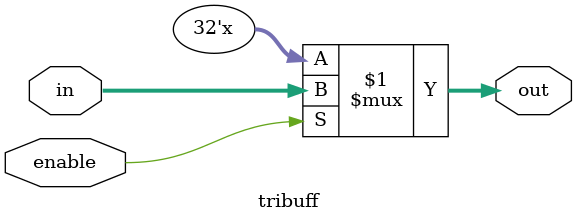
<source format=v>
module tribuff (out, in, enable);
    input [31:0] in;
    input enable;
    output [31:0] out;
    
    assign out = enable ? in : 32'bz;
endmodule
</source>
